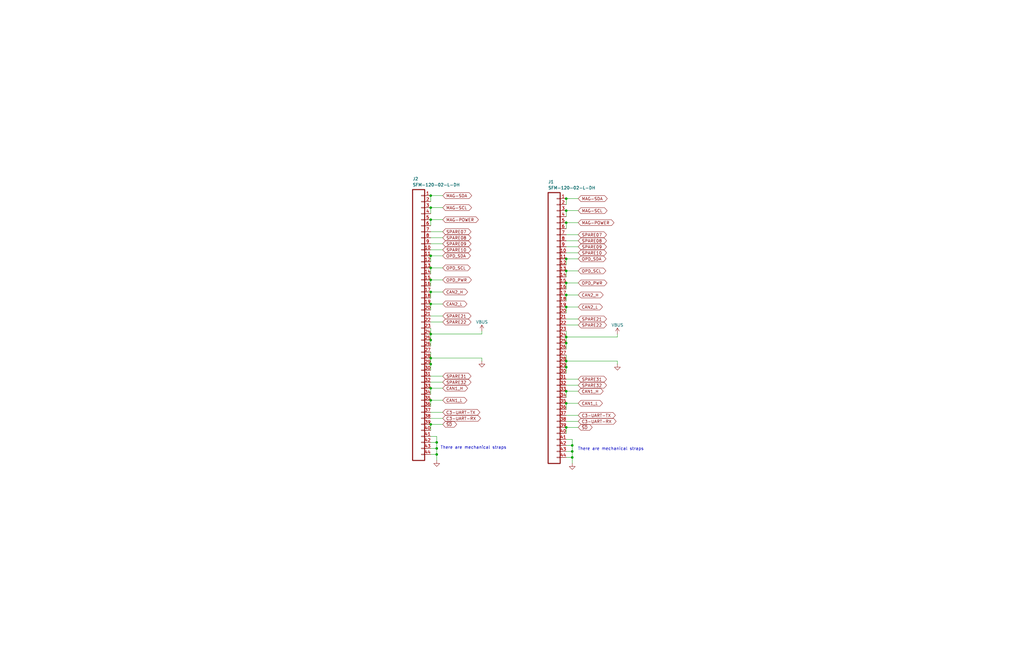
<source format=kicad_sch>
(kicad_sch (version 20250114) (generator "eeschema") (generator_version "9.0")
  (paper "B")
  (title_block (title "C3 Surrogate to OreSat Card Adapter Board") (date "2026-02-05") (rev "1.0") (company "Portland State Aerospace Society"))
  (lib_symbols
    (symbol "oresat-connectors:SFM-120-02-X-DH"
      (property "Reference" "U" (at 0 0 0))
      (symbol "SFM-120-02-X-DH_0_1"
        (rectangle (start -2.54 50.8) (end 2.54 -63.5) (stroke (width 0.4)))
        (rectangle (start 2.413 48.387) (end 1.143 48.133) (stroke (width 0.1524)))
        (rectangle (start 2.413 45.847) (end 1.143 45.593) (stroke (width 0.1524)))
        (rectangle (start 2.413 43.307) (end 1.143 43.053) (stroke (width 0.1524)))
        (rectangle (start 2.413 40.767) (end 1.143 40.513) (stroke (width 0.1524)))
        (rectangle (start 2.413 38.227) (end 1.143 37.973) (stroke (width 0.1524)))
        (rectangle (start 2.413 35.687) (end 1.143 35.433) (stroke (width 0.1524)))
        (rectangle (start 2.413 33.147) (end 1.143 32.893) (stroke (width 0.1524)))
        (rectangle (start 2.413 30.607) (end 1.143 30.353) (stroke (width 0.1524)))
        (rectangle (start 2.413 28.067) (end 1.143 27.813) (stroke (width 0.1524)))
        (rectangle (start 2.413 25.527) (end 1.143 25.273) (stroke (width 0.1524)))
        (rectangle (start 2.413 22.987) (end 1.143 22.733) (stroke (width 0.1524)))
        (rectangle (start 2.413 20.447) (end 1.143 20.193) (stroke (width 0.1524)))
        (rectangle (start 2.413 17.907) (end 1.143 17.653) (stroke (width 0.1524)))
        (rectangle (start 2.413 15.367) (end 1.143 15.113) (stroke (width 0.1524)))
        (rectangle (start 2.413 12.827) (end 1.143 12.573) (stroke (width 0.1524)))
        (rectangle (start 2.413 10.287) (end 1.143 10.033) (stroke (width 0.1524)))
        (rectangle (start 2.413 7.747) (end 1.143 7.493) (stroke (width 0.1524)))
        (rectangle (start 2.413 5.207) (end 1.143 4.953) (stroke (width 0.1524)))
        (rectangle (start 2.413 2.667) (end 1.143 2.413) (stroke (width 0.1524)))
        (rectangle (start 2.413 0.127) (end 1.143 -0.127) (stroke (width 0.1524)))
        (rectangle (start 2.413 -2.413) (end 1.143 -2.667) (stroke (width 0.1524)))
        (rectangle (start 2.413 -4.953) (end 1.143 -5.207) (stroke (width 0.1524)))
        (rectangle (start 2.413 -7.493) (end 1.143 -7.747) (stroke (width 0.1524)))
        (rectangle (start 2.413 -10.033) (end 1.143 -10.287) (stroke (width 0.1524)))
        (rectangle (start 2.413 -12.573) (end 1.143 -12.827) (stroke (width 0.1524)))
        (rectangle (start 2.413 -15.113) (end 1.143 -15.367) (stroke (width 0.1524)))
        (rectangle (start 2.413 -17.653) (end 1.143 -17.907) (stroke (width 0.1524)))
        (rectangle (start 2.413 -20.193) (end 1.143 -20.447) (stroke (width 0.1524)))
        (rectangle (start 2.413 -22.733) (end 1.143 -22.987) (stroke (width 0.1524)))
        (rectangle (start 2.413 -25.273) (end 1.143 -25.527) (stroke (width 0.1524)))
        (rectangle (start 2.413 -27.813) (end 1.143 -28.067) (stroke (width 0.1524)))
        (rectangle (start 2.413 -30.353) (end 1.143 -30.607) (stroke (width 0.1524)))
        (rectangle (start 2.413 -32.893) (end 1.143 -33.147) (stroke (width 0.1524)))
        (rectangle (start 2.413 -35.433) (end 1.143 -35.687) (stroke (width 0.1524)))
        (rectangle (start 2.413 -37.973) (end 1.143 -38.227) (stroke (width 0.1524)))
        (rectangle (start 2.413 -40.513) (end 1.143 -40.767) (stroke (width 0.1524)))
        (rectangle (start 2.413 -43.053) (end 1.143 -43.307) (stroke (width 0.1524)))
        (rectangle (start 2.413 -45.593) (end 1.143 -45.847) (stroke (width 0.1524)))
        (rectangle (start 2.413 -48.133) (end 1.143 -48.387) (stroke (width 0.1524)))
        (rectangle (start 2.413 -50.673) (end 1.143 -50.927) (stroke (width 0.1524)))
        (rectangle (start 2.413 -53.213) (end 1.143 -53.467) (stroke (width 0.1524)))
        (rectangle (start 2.413 -55.753) (end 1.143 -56.007) (stroke (width 0.1524)))
        (rectangle (start 2.413 -58.293) (end 1.143 -58.547) (stroke (width 0.1524)))
        (rectangle (start 2.413 -60.833) (end 1.143 -61.087) (stroke (width 0.1524)))
      )
      (symbol "SFM-120-02-X-DH_1_1"
        (pin passive line (at 5.08 48.26 180) (length 2.54) (name "") (number "1"))
        (pin passive line (at 5.08 45.72 180) (length 2.54) (name "") (number "2"))
        (pin passive line (at 5.08 43.18 180) (length 2.54) (name "") (number "3"))
        (pin passive line (at 5.08 40.64 180) (length 2.54) (name "") (number "4"))
        (pin passive line (at 5.08 38.1 180) (length 2.54) (name "") (number "5"))
        (pin passive line (at 5.08 35.56 180) (length 2.54) (name "") (number "6"))
        (pin passive line (at 5.08 33.02 180) (length 2.54) (name "") (number "7"))
        (pin passive line (at 5.08 30.48 180) (length 2.54) (name "") (number "8"))
        (pin passive line (at 5.08 27.94 180) (length 2.54) (name "") (number "9"))
        (pin passive line (at 5.08 25.4 180) (length 2.54) (name "") (number "10"))
        (pin passive line (at 5.08 22.86 180) (length 2.54) (name "") (number "11"))
        (pin passive line (at 5.08 20.32 180) (length 2.54) (name "") (number "12"))
        (pin passive line (at 5.08 17.78 180) (length 2.54) (name "") (number "13"))
        (pin passive line (at 5.08 15.24 180) (length 2.54) (name "") (number "14"))
        (pin passive line (at 5.08 12.7 180) (length 2.54) (name "") (number "15"))
        (pin passive line (at 5.08 10.16 180) (length 2.54) (name "") (number "16"))
        (pin passive line (at 5.08 7.62 180) (length 2.54) (name "") (number "17"))
        (pin passive line (at 5.08 5.08 180) (length 2.54) (name "") (number "18"))
        (pin passive line (at 5.08 2.54 180) (length 2.54) (name "") (number "19"))
        (pin passive line (at 5.08 0 180) (length 2.54) (name "") (number "20"))
        (pin passive line (at 5.08 -2.54 180) (length 2.54) (name "") (number "21"))
        (pin passive line (at 5.08 -5.08 180) (length 2.54) (name "") (number "22"))
        (pin passive line (at 5.08 -7.62 180) (length 2.54) (name "") (number "23"))
        (pin passive line (at 5.08 -10.16 180) (length 2.54) (name "") (number "24"))
        (pin passive line (at 5.08 -12.7 180) (length 2.54) (name "") (number "25"))
        (pin passive line (at 5.08 -15.24 180) (length 2.54) (name "") (number "26"))
        (pin passive line (at 5.08 -17.78 180) (length 2.54) (name "") (number "27"))
        (pin passive line (at 5.08 -20.32 180) (length 2.54) (name "") (number "28"))
        (pin passive line (at 5.08 -22.86 180) (length 2.54) (name "") (number "29"))
        (pin passive line (at 5.08 -25.4 180) (length 2.54) (name "") (number "30"))
        (pin passive line (at 5.08 -27.94 180) (length 2.54) (name "") (number "31"))
        (pin passive line (at 5.08 -30.48 180) (length 2.54) (name "") (number "32"))
        (pin passive line (at 5.08 -33.02 180) (length 2.54) (name "") (number "33"))
        (pin passive line (at 5.08 -35.56 180) (length 2.54) (name "") (number "34"))
        (pin passive line (at 5.08 -38.1 180) (length 2.54) (name "") (number "35"))
        (pin passive line (at 5.08 -40.64 180) (length 2.54) (name "") (number "36"))
        (pin passive line (at 5.08 -43.18 180) (length 2.54) (name "") (number "37"))
        (pin passive line (at 5.08 -45.72 180) (length 2.54) (name "") (number "38"))
        (pin passive line (at 5.08 -48.26 180) (length 2.54) (name "") (number "39"))
        (pin passive line (at 5.08 -50.8 180) (length 2.54) (name "") (number "40"))
        (pin passive line (at 5.08 -53.34 180) (length 2.54) (name "") (number "41"))
        (pin passive line (at 5.08 -55.88 180) (length 2.54) (name "") (number "42"))
        (pin passive line (at 5.08 -58.42 180) (length 2.54) (name "") (number "43"))
        (pin passive line (at 5.08 -60.96 180) (length 2.54) (name "") (number "44"))
      )
    )
    (symbol "oresat-power:VBUS" (power) (pin_names (offset 0))
      (property "Value" "VBUS" (at 0 3.556 0))
      (symbol "VBUS_0_1"
        (polyline (pts (xy -0.762 1.27) (xy 0 2.54)))
        (polyline (pts (xy 0 2.54) (xy 0.762 1.27)))
        (polyline (pts (xy 0 0) (xy 0 2.54)))
      )
      (symbol "VBUS_1_1"
        (pin power_in line (at 0 0 90) (length 0) (hide yes) (name "VBUS") (number "1"))
      )
    )
    (symbol "power:GND" (power) (pin_numbers (hide yes)) (pin_names (offset 0) (hide yes))
      (property "Value" "GND" (at 0 -3.81 0))
      (symbol "GND_0_1"
        (polyline (pts (xy 0 0) (xy 0 -1.27) (xy 1.27 -1.27) (xy 0 -2.54) (xy -1.27 -1.27) (xy 0 -1.27)))
      )
      (symbol "GND_1_1"
        (pin power_in line (at 0 0 270) (length 0) (name "~") (number "1"))
      )
    )
  )
  (text "There are mechanical straps\n" (at 257.556 189.484 0) (effects (font (size 1.27 1.27))))
  (text "There are mechanical straps\n" (at 199.644 188.976 0) (effects (font (size 1.27 1.27))))
  (junction (at 238.76 154.94))
  (junction (at 181.61 163.83))
  (junction (at 238.76 142.24))
  (junction (at 241.3 187.96))
  (junction (at 181.61 168.91))
  (junction (at 181.61 179.07))
  (junction (at 181.61 82.55))
  (junction (at 181.61 143.51))
  (junction (at 181.61 107.95))
  (junction (at 184.15 191.77))
  (junction (at 238.76 88.9))
  (junction (at 238.76 165.1))
  (junction (at 238.76 152.4))
  (junction (at 238.76 144.78))
  (junction (at 181.61 113.03))
  (junction (at 181.61 151.13))
  (junction (at 181.61 92.71))
  (junction (at 181.61 123.19))
  (junction (at 241.3 193.04))
  (junction (at 238.76 170.18))
  (junction (at 181.61 87.63))
  (junction (at 241.3 190.5))
  (junction (at 184.15 186.69))
  (junction (at 238.76 124.46))
  (junction (at 181.61 118.11))
  (junction (at 238.76 114.3))
  (junction (at 238.76 93.98))
  (junction (at 181.61 140.97))
  (junction (at 238.76 109.22))
  (junction (at 238.76 180.34))
  (junction (at 184.15 189.23))
  (junction (at 181.61 128.27))
  (junction (at 181.61 153.67))
  (junction (at 238.76 119.38))
  (junction (at 238.76 129.54))
  (junction (at 238.76 83.82))
  (wire (pts (xy 181.61 151.13) (xy 203.2 151.13)))
  (wire (pts (xy 181.61 97.79) (xy 186.69 97.79)))
  (wire (pts (xy 238.76 109.22) (xy 238.76 111.76)))
  (wire (pts (xy 181.61 163.83) (xy 181.61 166.37)))
  (wire (pts (xy 186.69 179.07) (xy 181.61 179.07)))
  (wire (pts (xy 181.61 82.55) (xy 186.69 82.55)))
  (wire (pts (xy 181.61 135.89) (xy 186.69 135.89)))
  (wire (pts (xy 181.61 133.35) (xy 186.69 133.35)))
  (wire (pts (xy 238.76 101.6) (xy 243.84 101.6)))
  (wire (pts (xy 243.84 170.18) (xy 238.76 170.18)))
  (wire (pts (xy 238.76 99.06) (xy 243.84 99.06)))
  (wire (pts (xy 181.61 186.69) (xy 184.15 186.69)))
  (wire (pts (xy 186.69 168.91) (xy 181.61 168.91)))
  (wire (pts (xy 186.69 163.83) (xy 181.61 163.83)))
  (wire (pts (xy 238.76 119.38) (xy 238.76 121.92)))
  (wire (pts (xy 241.3 185.42) (xy 241.3 187.96)))
  (wire (pts (xy 181.61 143.51) (xy 181.61 146.05)))
  (wire (pts (xy 243.84 162.56) (xy 238.76 162.56)))
  (wire (pts (xy 260.35 152.4) (xy 260.35 153.67)))
  (wire (pts (xy 184.15 184.15) (xy 184.15 186.69)))
  (wire (pts (xy 181.61 87.63) (xy 186.69 87.63)))
  (wire (pts (xy 186.69 158.75) (xy 181.61 158.75)))
  (wire (pts (xy 181.61 123.19) (xy 181.61 125.73)))
  (wire (pts (xy 181.61 102.87) (xy 186.69 102.87)))
  (wire (pts (xy 181.61 113.03) (xy 181.61 115.57)))
  (wire (pts (xy 186.69 128.27) (xy 181.61 128.27)))
  (wire (pts (xy 238.76 88.9) (xy 243.84 88.9)))
  (wire (pts (xy 238.76 152.4) (xy 238.76 154.94)))
  (wire (pts (xy 238.76 88.9) (xy 238.76 91.44)))
  (wire (pts (xy 238.76 187.96) (xy 241.3 187.96)))
  (wire (pts (xy 184.15 186.69) (xy 184.15 189.23)))
  (wire (pts (xy 181.61 123.19) (xy 186.69 123.19)))
  (wire (pts (xy 238.76 106.68) (xy 243.84 106.68)))
  (wire (pts (xy 203.2 151.13) (xy 203.2 152.4)))
  (wire (pts (xy 238.76 149.86) (xy 238.76 152.4)))
  (wire (pts (xy 238.76 185.42) (xy 241.3 185.42)))
  (wire (pts (xy 238.76 104.14) (xy 243.84 104.14)))
  (wire (pts (xy 238.76 177.8) (xy 243.84 177.8)))
  (wire (pts (xy 238.76 137.16) (xy 243.84 137.16)))
  (wire (pts (xy 241.3 187.96) (xy 241.3 190.5)))
  (wire (pts (xy 241.3 193.04) (xy 241.3 195.58)))
  (wire (pts (xy 260.35 142.24) (xy 260.35 140.97)))
  (wire (pts (xy 238.76 93.98) (xy 243.84 93.98)))
  (wire (pts (xy 238.76 142.24) (xy 238.76 144.78)))
  (wire (pts (xy 238.76 142.24) (xy 238.76 139.7)))
  (wire (pts (xy 243.84 180.34) (xy 238.76 180.34)))
  (wire (pts (xy 181.61 179.07) (xy 181.61 181.61)))
  (wire (pts (xy 243.84 175.26) (xy 238.76 175.26)))
  (wire (pts (xy 181.61 153.67) (xy 181.61 156.21)))
  (wire (pts (xy 186.69 107.95) (xy 181.61 107.95)))
  (wire (pts (xy 203.2 140.97) (xy 203.2 139.7)))
  (wire (pts (xy 186.69 173.99) (xy 181.61 173.99)))
  (wire (pts (xy 238.76 154.94) (xy 238.76 157.48)))
  (wire (pts (xy 238.76 83.82) (xy 238.76 86.36)))
  (wire (pts (xy 184.15 189.23) (xy 184.15 191.77)))
  (wire (pts (xy 243.84 119.38) (xy 238.76 119.38)))
  (wire (pts (xy 241.3 190.5) (xy 241.3 193.04)))
  (wire (pts (xy 184.15 191.77) (xy 184.15 194.31)))
  (wire (pts (xy 238.76 124.46) (xy 238.76 127)))
  (wire (pts (xy 238.76 83.82) (xy 243.84 83.82)))
  (wire (pts (xy 186.69 161.29) (xy 181.61 161.29)))
  (wire (pts (xy 243.84 165.1) (xy 238.76 165.1)))
  (wire (pts (xy 181.61 87.63) (xy 181.61 90.17)))
  (wire (pts (xy 238.76 193.04) (xy 241.3 193.04)))
  (wire (pts (xy 181.61 118.11) (xy 181.61 120.65)))
  (wire (pts (xy 243.84 129.54) (xy 238.76 129.54)))
  (wire (pts (xy 238.76 144.78) (xy 238.76 147.32)))
  (wire (pts (xy 238.76 93.98) (xy 238.76 96.52)))
  (wire (pts (xy 238.76 129.54) (xy 238.76 132.08)))
  (wire (pts (xy 181.61 176.53) (xy 186.69 176.53)))
  (wire (pts (xy 243.84 160.02) (xy 238.76 160.02)))
  (wire (pts (xy 238.76 124.46) (xy 243.84 124.46)))
  (wire (pts (xy 186.69 118.11) (xy 181.61 118.11)))
  (wire (pts (xy 181.61 140.97) (xy 181.61 143.51)))
  (wire (pts (xy 238.76 180.34) (xy 238.76 182.88)))
  (wire (pts (xy 238.76 152.4) (xy 260.35 152.4)))
  (wire (pts (xy 181.61 92.71) (xy 181.61 95.25)))
  (wire (pts (xy 238.76 142.24) (xy 260.35 142.24)))
  (wire (pts (xy 238.76 170.18) (xy 238.76 172.72)))
  (wire (pts (xy 181.61 151.13) (xy 181.61 153.67)))
  (wire (pts (xy 181.61 92.71) (xy 186.69 92.71)))
  (wire (pts (xy 181.61 82.55) (xy 181.61 85.09)))
  (wire (pts (xy 243.84 109.22) (xy 238.76 109.22)))
  (wire (pts (xy 181.61 105.41) (xy 186.69 105.41)))
  (wire (pts (xy 181.61 100.33) (xy 186.69 100.33)))
  (wire (pts (xy 181.61 189.23) (xy 184.15 189.23)))
  (wire (pts (xy 243.84 114.3) (xy 238.76 114.3)))
  (wire (pts (xy 181.61 107.95) (xy 181.61 110.49)))
  (wire (pts (xy 181.61 148.59) (xy 181.61 151.13)))
  (wire (pts (xy 181.61 140.97) (xy 203.2 140.97)))
  (wire (pts (xy 181.61 168.91) (xy 181.61 171.45)))
  (wire (pts (xy 181.61 140.97) (xy 181.61 138.43)))
  (wire (pts (xy 238.76 165.1) (xy 238.76 167.64)))
  (wire (pts (xy 181.61 191.77) (xy 184.15 191.77)))
  (wire (pts (xy 238.76 114.3) (xy 238.76 116.84)))
  (wire (pts (xy 181.61 128.27) (xy 181.61 130.81)))
  (wire (pts (xy 238.76 134.62) (xy 243.84 134.62)))
  (wire (pts (xy 186.69 113.03) (xy 181.61 113.03)))
  (wire (pts (xy 238.76 190.5) (xy 241.3 190.5)))
  (wire (pts (xy 181.61 184.15) (xy 184.15 184.15)))
  (global_label "SPARE10" (shape bidirectional) (at 186.69 105.41 0) (property "Intersheetrefs" "${INTERSHEET_REFS}" (effects (hide yes))))
  (global_label "SPARE07" (shape bidirectional) (at 243.84 99.06 0) (property "Intersheetrefs" "${INTERSHEET_REFS}" (effects (hide yes))))
  (global_label "MAG-SCL" (shape bidirectional) (at 186.69 87.63 0) (effects (font (size 1.2446 1.2446))) (property "Intersheetrefs" "${INTERSHEET_REFS}" (effects (hide yes))))
  (global_label "MAG-SDA" (shape bidirectional) (at 243.84 83.82 0) (effects (font (size 1.2446 1.2446))) (property "Intersheetrefs" "${INTERSHEET_REFS}" (effects (hide yes))))
  (global_label "OPD_SCL" (shape bidirectional) (at 186.69 113.03 0) (effects (font (size 1.2446 1.2446))) (property "Intersheetrefs" "${INTERSHEET_REFS}" (effects (hide yes))))
  (global_label "OPD_SDA" (shape bidirectional) (at 186.69 107.95 0) (effects (font (size 1.2446 1.2446))) (property "Intersheetrefs" "${INTERSHEET_REFS}" (effects (hide yes))))
  (global_label "C3-UART-RX" (shape bidirectional) (at 186.69 176.53 0) (effects (font (size 1.2446 1.2446))) (property "Intersheetrefs" "${INTERSHEET_REFS}" (effects (hide yes))))
  (global_label "SPARE31" (shape bidirectional) (at 186.69 158.75 0) (property "Intersheetrefs" "${INTERSHEET_REFS}" (effects (hide yes))))
  (global_label "CAN2_L" (shape bidirectional) (at 243.84 129.54 0) (effects (font (size 1.2446 1.2446))) (property "Intersheetrefs" "${INTERSHEET_REFS}" (effects (hide yes))))
  (global_label "CAN1_L" (shape bidirectional) (at 186.69 168.91 0) (effects (font (size 1.2446 1.2446))) (property "Intersheetrefs" "${INTERSHEET_REFS}" (effects (hide yes))))
  (global_label "SPARE09" (shape bidirectional) (at 186.69 102.87 0) (property "Intersheetrefs" "${INTERSHEET_REFS}" (effects (hide yes))))
  (global_label "SPARE21" (shape bidirectional) (at 243.84 134.62 0) (property "Intersheetrefs" "${INTERSHEET_REFS}" (effects (hide yes))))
  (global_label "C3-UART-TX" (shape bidirectional) (at 243.84 175.26 0) (effects (font (size 1.2446 1.2446))) (property "Intersheetrefs" "${INTERSHEET_REFS}" (effects (hide yes))))
  (global_label "CAN1_L" (shape bidirectional) (at 243.84 170.18 0) (effects (font (size 1.2446 1.2446))) (property "Intersheetrefs" "${INTERSHEET_REFS}" (effects (hide yes))))
  (global_label "SPARE21" (shape bidirectional) (at 186.69 133.35 0) (property "Intersheetrefs" "${INTERSHEET_REFS}" (effects (hide yes))))
  (global_label "~{SD}" (shape bidirectional) (at 186.69 179.07 0) (effects (font (size 1.2446 1.2446))) (property "Intersheetrefs" "${INTERSHEET_REFS}" (effects (hide yes))))
  (global_label "MAG-POWER" (shape bidirectional) (at 186.69 92.71 0) (effects (font (size 1.2446 1.2446))) (property "Intersheetrefs" "${INTERSHEET_REFS}" (effects (hide yes))))
  (global_label "SPARE22" (shape bidirectional) (at 243.84 137.16 0) (property "Intersheetrefs" "${INTERSHEET_REFS}" (effects (hide yes))))
  (global_label "SPARE32" (shape bidirectional) (at 243.84 162.56 0) (property "Intersheetrefs" "${INTERSHEET_REFS}" (effects (hide yes))))
  (global_label "OPD_PWR" (shape bidirectional) (at 243.84 119.38 0) (effects (font (size 1.2446 1.2446))) (property "Intersheetrefs" "${INTERSHEET_REFS}" (effects (hide yes))))
  (global_label "~{SD}" (shape bidirectional) (at 243.84 180.34 0) (effects (font (size 1.2446 1.2446))) (property "Intersheetrefs" "${INTERSHEET_REFS}" (effects (hide yes))))
  (global_label "C3-UART-TX" (shape bidirectional) (at 186.69 173.99 0) (effects (font (size 1.2446 1.2446))) (property "Intersheetrefs" "${INTERSHEET_REFS}" (effects (hide yes))))
  (global_label "CAN2_L" (shape bidirectional) (at 186.69 128.27 0) (effects (font (size 1.2446 1.2446))) (property "Intersheetrefs" "${INTERSHEET_REFS}" (effects (hide yes))))
  (global_label "SPARE22" (shape bidirectional) (at 186.69 135.89 0) (property "Intersheetrefs" "${INTERSHEET_REFS}" (effects (hide yes))))
  (global_label "MAG-POWER" (shape bidirectional) (at 243.84 93.98 0) (effects (font (size 1.2446 1.2446))) (property "Intersheetrefs" "${INTERSHEET_REFS}" (effects (hide yes))))
  (global_label "CAN1_H" (shape bidirectional) (at 243.84 165.1 0) (effects (font (size 1.2446 1.2446))) (property "Intersheetrefs" "${INTERSHEET_REFS}" (effects (hide yes))))
  (global_label "SPARE08" (shape bidirectional) (at 186.69 100.33 0) (property "Intersheetrefs" "${INTERSHEET_REFS}" (effects (hide yes))))
  (global_label "CAN2_H" (shape bidirectional) (at 186.69 123.19 0) (effects (font (size 1.2446 1.2446))) (property "Intersheetrefs" "${INTERSHEET_REFS}" (effects (hide yes))))
  (global_label "SPARE07" (shape bidirectional) (at 186.69 97.79 0) (property "Intersheetrefs" "${INTERSHEET_REFS}" (effects (hide yes))))
  (global_label "C3-UART-RX" (shape bidirectional) (at 243.84 177.8 0) (effects (font (size 1.2446 1.2446))) (property "Intersheetrefs" "${INTERSHEET_REFS}" (effects (hide yes))))
  (global_label "SPARE09" (shape bidirectional) (at 243.84 104.14 0) (property "Intersheetrefs" "${INTERSHEET_REFS}" (effects (hide yes))))
  (global_label "SPARE31" (shape bidirectional) (at 243.84 160.02 0) (property "Intersheetrefs" "${INTERSHEET_REFS}" (effects (hide yes))))
  (global_label "SPARE08" (shape bidirectional) (at 243.84 101.6 0) (property "Intersheetrefs" "${INTERSHEET_REFS}" (effects (hide yes))))
  (global_label "SPARE10" (shape bidirectional) (at 243.84 106.68 0) (property "Intersheetrefs" "${INTERSHEET_REFS}" (effects (hide yes))))
  (global_label "OPD_PWR" (shape bidirectional) (at 186.69 118.11 0) (effects (font (size 1.2446 1.2446))) (property "Intersheetrefs" "${INTERSHEET_REFS}" (effects (hide yes))))
  (global_label "MAG-SDA" (shape bidirectional) (at 186.69 82.55 0) (effects (font (size 1.2446 1.2446))) (property "Intersheetrefs" "${INTERSHEET_REFS}" (effects (hide yes))))
  (global_label "CAN2_H" (shape bidirectional) (at 243.84 124.46 0) (effects (font (size 1.2446 1.2446))) (property "Intersheetrefs" "${INTERSHEET_REFS}" (effects (hide yes))))
  (global_label "CAN1_H" (shape bidirectional) (at 186.69 163.83 0) (effects (font (size 1.2446 1.2446))) (property "Intersheetrefs" "${INTERSHEET_REFS}" (effects (hide yes))))
  (global_label "OPD_SDA" (shape bidirectional) (at 243.84 109.22 0) (effects (font (size 1.2446 1.2446))) (property "Intersheetrefs" "${INTERSHEET_REFS}" (effects (hide yes))))
  (global_label "SPARE32" (shape bidirectional) (at 186.69 161.29 0) (property "Intersheetrefs" "${INTERSHEET_REFS}" (effects (hide yes))))
  (global_label "MAG-SCL" (shape bidirectional) (at 243.84 88.9 0) (effects (font (size 1.2446 1.2446))) (property "Intersheetrefs" "${INTERSHEET_REFS}" (effects (hide yes))))
  (global_label "OPD_SCL" (shape bidirectional) (at 243.84 114.3 0) (effects (font (size 1.2446 1.2446))) (property "Intersheetrefs" "${INTERSHEET_REFS}" (effects (hide yes))))
  (symbol (lib_id "power:GND") (at 184.15 194.31 0) (unit 1)
    (property "Reference" "#GND0103" (effects (hide yes)))
    (property "Value" "GND" (effects (hide yes)))
  )
  (symbol (lib_id "oresat-connectors:SFM-120-02-X-DH") (at 176.53 130.81 0) (unit 1)
    (property "Reference" "J2" (at 173.99 76.2 0) (effects (justify left bottom)))
    (property "Value" "SFM-120-02-L-DH" (at 173.99 78.74 0) (effects (justify left bottom)))
    (property "Footprint" "oresat-connectors:SFM-120-02-X-DH" (effects (hide yes)))
    (property "Datasheet" "https://suddendocs.samtec.com/productspecs/sfm-tfm.pdf" (effects (hide yes)))
    (property "Description" ".050\" (1.27 mm) Tiger Eye™ High Reliability Socket and Terminal Strips" (effects (hide yes)))
  )
  (symbol (lib_id "oresat-connectors:SFM-120-02-X-DH") (at 233.68 132.08 0) (unit 1)
    (property "Reference" "J1" (at 231.14 77.47 0) (effects (justify left bottom)))
    (property "Value" "SFM-120-02-L-DH" (at 231.14 80.01 0) (effects (justify left bottom)))
    (property "Footprint" "oresat-connectors:SFM-120-02-X-DH" (effects (hide yes)))
    (property "Datasheet" "https://suddendocs.samtec.com/productspecs/sfm-tfm.pdf" (effects (hide yes)))
    (property "Description" ".050\" (1.27 mm) Tiger Eye™ High Reliability Socket and Terminal Strips" (effects (hide yes)))
  )
  (symbol (lib_id "oresat-power:VBUS") (at 260.35 140.97 0) (unit 1)
    (property "Reference" "#VBUS01" (effects (hide yes)))
    (property "Value" "VBUS" (at 260.35 137.16 0))
    (property "Description" "Power symbol creates a global label with name \"VBUS\"" (effects (hide yes)))
  )
  (symbol (lib_id "power:GND") (at 203.2 152.4 0) (unit 1)
    (property "Reference" "#GND02" (effects (hide yes)))
    (property "Value" "GND" (effects (hide yes)))
  )
  (symbol (lib_id "power:GND") (at 260.35 153.67 0) (unit 1)
    (property "Reference" "#GND03" (effects (hide yes)))
    (property "Value" "GND" (effects (hide yes)))
  )
  (symbol (lib_id "power:GND") (at 241.3 195.58 0) (unit 1)
    (property "Reference" "#GND01" (effects (hide yes)))
    (property "Value" "GND" (effects (hide yes)))
  )
  (symbol (lib_id "oresat-power:VBUS") (at 203.2 139.7 0) (unit 1)
    (property "Reference" "#VBUS02" (effects (hide yes)))
    (property "Value" "VBUS" (at 203.2 135.89 0))
    (property "Description" "Power symbol creates a global label with name \"VBUS\"" (effects (hide yes)))
  )
)
</source>
